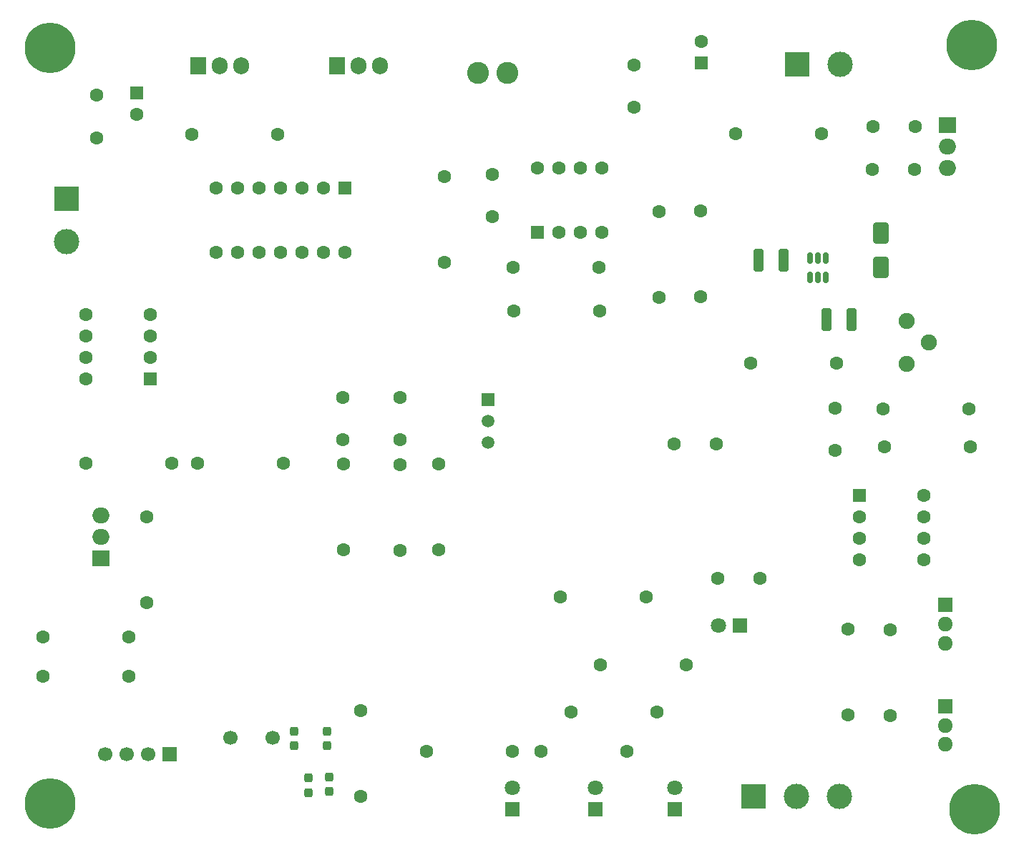
<source format=gbr>
%TF.GenerationSoftware,KiCad,Pcbnew,9.0.3-9.0.3-0~ubuntu24.04.1*%
%TF.CreationDate,2025-09-03T17:17:06-03:00*%
%TF.ProjectId,CargadorDeBaterias_rev2,43617267-6164-46f7-9244-654261746572,rev?*%
%TF.SameCoordinates,Original*%
%TF.FileFunction,Soldermask,Bot*%
%TF.FilePolarity,Negative*%
%FSLAX46Y46*%
G04 Gerber Fmt 4.6, Leading zero omitted, Abs format (unit mm)*
G04 Created by KiCad (PCBNEW 9.0.3-9.0.3-0~ubuntu24.04.1) date 2025-09-03 17:17:06*
%MOMM*%
%LPD*%
G01*
G04 APERTURE LIST*
G04 Aperture macros list*
%AMRoundRect*
0 Rectangle with rounded corners*
0 $1 Rounding radius*
0 $2 $3 $4 $5 $6 $7 $8 $9 X,Y pos of 4 corners*
0 Add a 4 corners polygon primitive as box body*
4,1,4,$2,$3,$4,$5,$6,$7,$8,$9,$2,$3,0*
0 Add four circle primitives for the rounded corners*
1,1,$1+$1,$2,$3*
1,1,$1+$1,$4,$5*
1,1,$1+$1,$6,$7*
1,1,$1+$1,$8,$9*
0 Add four rect primitives between the rounded corners*
20,1,$1+$1,$2,$3,$4,$5,0*
20,1,$1+$1,$4,$5,$6,$7,0*
20,1,$1+$1,$6,$7,$8,$9,0*
20,1,$1+$1,$8,$9,$2,$3,0*%
G04 Aperture macros list end*
%ADD10C,1.600000*%
%ADD11R,1.800000X1.800000*%
%ADD12C,1.800000*%
%ADD13R,2.000000X1.905000*%
%ADD14O,2.000000X1.905000*%
%ADD15RoundRect,0.250000X0.550000X-0.550000X0.550000X0.550000X-0.550000X0.550000X-0.550000X-0.550000X0*%
%ADD16C,6.000000*%
%ADD17R,3.000000X3.000000*%
%ADD18C,3.000000*%
%ADD19RoundRect,0.250000X0.550000X0.550000X-0.550000X0.550000X-0.550000X-0.550000X0.550000X-0.550000X0*%
%ADD20R,1.700000X1.700000*%
%ADD21C,1.700000*%
%ADD22RoundRect,0.250000X-0.550000X-0.550000X0.550000X-0.550000X0.550000X0.550000X-0.550000X0.550000X0*%
%ADD23R,1.905000X2.000000*%
%ADD24O,1.905000X2.000000*%
%ADD25R,1.800000X1.710000*%
%ADD26O,1.800000X1.710000*%
%ADD27RoundRect,0.250000X-0.550000X0.550000X-0.550000X-0.550000X0.550000X-0.550000X0.550000X0.550000X0*%
%ADD28C,1.905000*%
%ADD29C,2.600000*%
%ADD30R,1.500000X1.500000*%
%ADD31C,1.500000*%
%ADD32RoundRect,0.250000X0.650000X-1.000000X0.650000X1.000000X-0.650000X1.000000X-0.650000X-1.000000X0*%
%ADD33RoundRect,0.237500X0.237500X-0.300000X0.237500X0.300000X-0.237500X0.300000X-0.237500X-0.300000X0*%
%ADD34RoundRect,0.150000X0.150000X-0.512500X0.150000X0.512500X-0.150000X0.512500X-0.150000X-0.512500X0*%
%ADD35RoundRect,0.237500X-0.237500X0.300000X-0.237500X-0.300000X0.237500X-0.300000X0.237500X0.300000X0*%
%ADD36RoundRect,0.250000X0.325000X1.100000X-0.325000X1.100000X-0.325000X-1.100000X0.325000X-1.100000X0*%
G04 APERTURE END LIST*
D10*
%TO.C,R30*%
X140700000Y-132600000D03*
X150860000Y-132600000D03*
%TD*%
D11*
%TO.C,D2*%
X150860000Y-139500000D03*
D12*
X150860000Y-136960000D03*
%TD*%
D10*
%TO.C,R31*%
X157770000Y-127950000D03*
X167930000Y-127950000D03*
%TD*%
D13*
%TO.C,Q2*%
X102175000Y-109780000D03*
D14*
X102175000Y-107240000D03*
X102175000Y-104700000D03*
%TD*%
D10*
%TO.C,R19*%
X161115000Y-75325000D03*
X150955000Y-75325000D03*
%TD*%
%TO.C,R5*%
X100395000Y-98550000D03*
X110555000Y-98550000D03*
%TD*%
%TO.C,R8*%
X130825000Y-108800000D03*
X130825000Y-98640000D03*
%TD*%
D15*
%TO.C,U4*%
X153830000Y-71190000D03*
D10*
X156370000Y-71190000D03*
X158910000Y-71190000D03*
X161450000Y-71190000D03*
X161450000Y-63570000D03*
X158910000Y-63570000D03*
X156370000Y-63570000D03*
X153830000Y-63570000D03*
%TD*%
D16*
%TO.C,H2*%
X96100000Y-49300000D03*
%TD*%
D17*
%TO.C,J3*%
X179340000Y-138000000D03*
D18*
X184420000Y-138000000D03*
X189500000Y-138000000D03*
%TD*%
D17*
%TO.C,J2*%
X98100000Y-67220000D03*
D18*
X98100000Y-72300000D03*
%TD*%
D19*
%TO.C,U5*%
X108000000Y-88500000D03*
D10*
X108000000Y-85960000D03*
X108000000Y-83420000D03*
X108000000Y-80880000D03*
X100380000Y-80880000D03*
X100380000Y-83420000D03*
X100380000Y-85960000D03*
X100380000Y-88500000D03*
%TD*%
D20*
%TO.C,J4*%
X110265000Y-132975000D03*
D21*
X107725000Y-132975000D03*
X105185000Y-132975000D03*
X102645000Y-132975000D03*
%TD*%
D10*
%TO.C,C8*%
X130750000Y-95750000D03*
X130750000Y-90750000D03*
%TD*%
D22*
%TO.C,U7*%
X191900000Y-102330000D03*
D10*
X191900000Y-104870000D03*
X191900000Y-107410000D03*
X191900000Y-109950000D03*
X199520000Y-109950000D03*
X199520000Y-107410000D03*
X199520000Y-104870000D03*
X199520000Y-102330000D03*
%TD*%
D23*
%TO.C,Q1*%
X113645000Y-51400000D03*
D24*
X116185000Y-51400000D03*
X118725000Y-51400000D03*
%TD*%
D10*
%TO.C,C13*%
X175000000Y-96225000D03*
X170000000Y-96225000D03*
%TD*%
D25*
%TO.C,Q5*%
X202020000Y-115270000D03*
D26*
X202020000Y-117550000D03*
X202020000Y-119830000D03*
%TD*%
D10*
%TO.C,R26*%
X166705000Y-114325000D03*
X156545000Y-114325000D03*
%TD*%
D17*
%TO.C,J1*%
X184560000Y-51275000D03*
D18*
X189640000Y-51275000D03*
%TD*%
D10*
%TO.C,C3*%
X101625000Y-54950000D03*
X101625000Y-59950000D03*
%TD*%
%TO.C,R7*%
X137575000Y-108805000D03*
X137575000Y-98645000D03*
%TD*%
D16*
%TO.C,H3*%
X96100000Y-138800000D03*
%TD*%
D10*
%TO.C,R10*%
X142805000Y-64595000D03*
X142805000Y-74755000D03*
%TD*%
D11*
%TO.C,D9*%
X177750000Y-117775000D03*
D12*
X175210000Y-117775000D03*
%TD*%
D15*
%TO.C,C1*%
X173150000Y-51069888D03*
D10*
X173150000Y-48569888D03*
%TD*%
%TO.C,R20*%
X150975000Y-80475000D03*
X161135000Y-80475000D03*
%TD*%
%TO.C,C14*%
X175100000Y-112125000D03*
X180100000Y-112125000D03*
%TD*%
%TO.C,R32*%
X154250000Y-132675000D03*
X164410000Y-132675000D03*
%TD*%
%TO.C,C6*%
X198450000Y-63700000D03*
X193450000Y-63700000D03*
%TD*%
D16*
%TO.C,H1*%
X205225000Y-49025000D03*
%TD*%
D21*
%TO.C,Y1*%
X122500000Y-131000000D03*
X117500000Y-131000000D03*
%TD*%
D10*
%TO.C,R3*%
X168175000Y-68695000D03*
X168175000Y-78855000D03*
%TD*%
%TO.C,R22*%
X195520000Y-128410000D03*
X195520000Y-118250000D03*
%TD*%
%TO.C,C2*%
X165250000Y-51375000D03*
X165250000Y-56375000D03*
%TD*%
%TO.C,R25*%
X204880000Y-92075000D03*
X194720000Y-92075000D03*
%TD*%
D11*
%TO.C,D7*%
X160650000Y-139465000D03*
D12*
X160650000Y-136925000D03*
%TD*%
D10*
%TO.C,C9*%
X148455000Y-69325000D03*
X148455000Y-64325000D03*
%TD*%
%TO.C,R29*%
X132900000Y-137980000D03*
X132900000Y-127820000D03*
%TD*%
D16*
%TO.C,H4*%
X205500000Y-139500000D03*
%TD*%
D13*
%TO.C,U3*%
X202275000Y-58500000D03*
D14*
X202275000Y-61040000D03*
X202275000Y-63580000D03*
%TD*%
D10*
%TO.C,R24*%
X205000000Y-96550000D03*
X194840000Y-96550000D03*
%TD*%
%TO.C,R21*%
X189225000Y-86650000D03*
X179065000Y-86650000D03*
%TD*%
D23*
%TO.C,D6*%
X130095000Y-51425000D03*
D24*
X132635000Y-51425000D03*
X135175000Y-51425000D03*
%TD*%
D25*
%TO.C,Q4*%
X202020000Y-127270000D03*
D26*
X202020000Y-129550000D03*
X202020000Y-131830000D03*
%TD*%
D10*
%TO.C,R1*%
X187380000Y-59475000D03*
X177220000Y-59475000D03*
%TD*%
D27*
%TO.C,C4*%
X106425000Y-54694888D03*
D10*
X106425000Y-57194888D03*
%TD*%
%TO.C,R27*%
X105475000Y-123725000D03*
X95315000Y-123725000D03*
%TD*%
%TO.C,R2*%
X173125000Y-68645000D03*
X173125000Y-78805000D03*
%TD*%
%TO.C,R4*%
X107600000Y-104890000D03*
X107600000Y-115050000D03*
%TD*%
D28*
%TO.C,RV1*%
X197500000Y-81650000D03*
X200085000Y-84211800D03*
X197500000Y-86704600D03*
%TD*%
D29*
%TO.C,L1*%
X146750000Y-52300000D03*
X150250000Y-52300000D03*
%TD*%
D27*
%TO.C,U1*%
X131020000Y-65945000D03*
D10*
X128480000Y-65945000D03*
X125940000Y-65945000D03*
X123400000Y-65945000D03*
X120860000Y-65945000D03*
X118320000Y-65945000D03*
X115780000Y-65945000D03*
X115780000Y-73565000D03*
X118320000Y-73565000D03*
X120860000Y-73565000D03*
X123400000Y-73565000D03*
X125940000Y-73565000D03*
X128480000Y-73565000D03*
X131020000Y-73565000D03*
%TD*%
%TO.C,R11*%
X142150000Y-108730000D03*
X142150000Y-98570000D03*
%TD*%
%TO.C,C5*%
X198500000Y-58650000D03*
X193500000Y-58650000D03*
%TD*%
%TO.C,R28*%
X105480000Y-119050000D03*
X95320000Y-119050000D03*
%TD*%
D11*
%TO.C,D8*%
X170075000Y-139465000D03*
D12*
X170075000Y-136925000D03*
%TD*%
D30*
%TO.C,Q3*%
X147925000Y-90950000D03*
D31*
X147925000Y-93490000D03*
X147925000Y-96030000D03*
%TD*%
D10*
%TO.C,R9*%
X123030000Y-59600000D03*
X112870000Y-59600000D03*
%TD*%
%TO.C,C7*%
X137550000Y-95750000D03*
X137550000Y-90750000D03*
%TD*%
%TO.C,C12*%
X189000000Y-97000000D03*
X189000000Y-92000000D03*
%TD*%
%TO.C,R23*%
X190520000Y-128330000D03*
X190520000Y-118170000D03*
%TD*%
%TO.C,R33*%
X171380000Y-122425000D03*
X161220000Y-122425000D03*
%TD*%
%TO.C,R6*%
X113545000Y-98525000D03*
X123705000Y-98525000D03*
%TD*%
D32*
%TO.C,D1*%
X194425000Y-75275000D03*
X194425000Y-71275000D03*
%TD*%
D33*
%TO.C,C18*%
X125000000Y-132000000D03*
X125000000Y-130275000D03*
%TD*%
D34*
%TO.C,U6*%
X187950000Y-76475000D03*
X187000000Y-76475000D03*
X186050000Y-76475000D03*
X186050000Y-74200000D03*
X187000000Y-74200000D03*
X187950000Y-74200000D03*
%TD*%
D35*
%TO.C,C19*%
X126700000Y-135800000D03*
X126700000Y-137525000D03*
%TD*%
%TO.C,C17*%
X128900000Y-130275000D03*
X128900000Y-132000000D03*
%TD*%
D36*
%TO.C,C11*%
X190950000Y-81475000D03*
X188000000Y-81475000D03*
%TD*%
%TO.C,C10*%
X182950000Y-74475000D03*
X180000000Y-74475000D03*
%TD*%
D33*
%TO.C,C20*%
X129200000Y-137387500D03*
X129200000Y-135662500D03*
%TD*%
M02*

</source>
